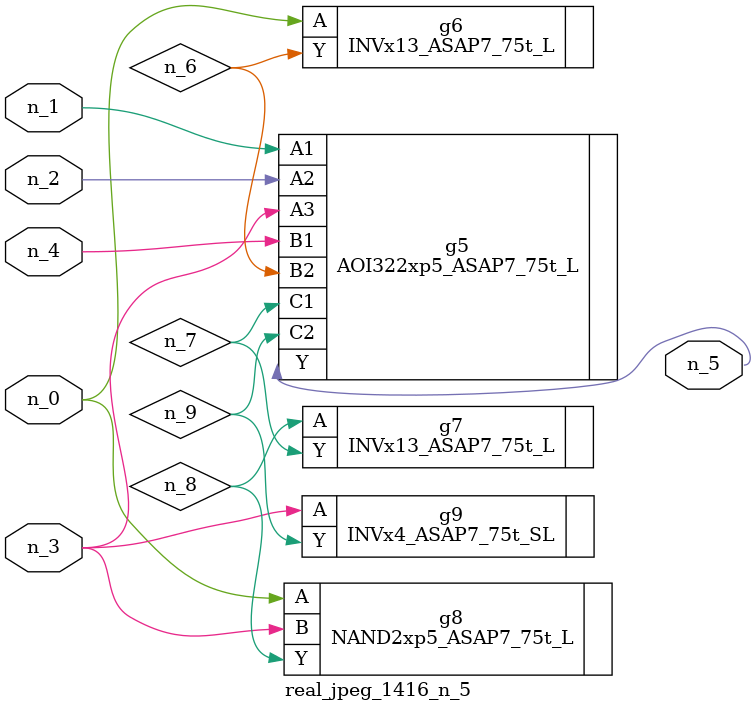
<source format=v>
module real_jpeg_1416_n_5 (n_4, n_0, n_1, n_2, n_3, n_5);

input n_4;
input n_0;
input n_1;
input n_2;
input n_3;

output n_5;

wire n_8;
wire n_6;
wire n_7;
wire n_9;

INVx13_ASAP7_75t_L g6 ( 
.A(n_0),
.Y(n_6)
);

NAND2xp5_ASAP7_75t_L g8 ( 
.A(n_0),
.B(n_3),
.Y(n_8)
);

AOI322xp5_ASAP7_75t_L g5 ( 
.A1(n_1),
.A2(n_2),
.A3(n_3),
.B1(n_4),
.B2(n_6),
.C1(n_7),
.C2(n_9),
.Y(n_5)
);

INVx4_ASAP7_75t_SL g9 ( 
.A(n_3),
.Y(n_9)
);

INVx13_ASAP7_75t_L g7 ( 
.A(n_8),
.Y(n_7)
);


endmodule
</source>
